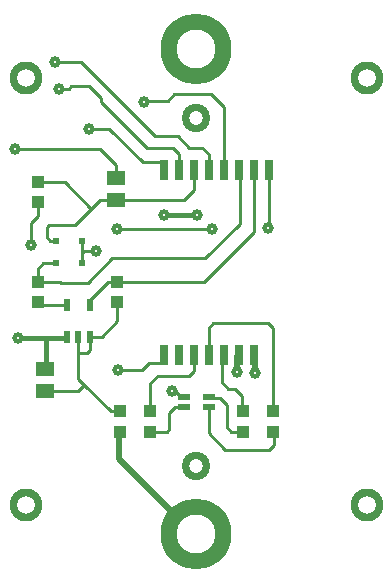
<source format=gbr>
G04 DipTrace 3.2.0.1*
G04 Íèæíèé.gbr*
%MOMM*%
G04 #@! TF.FileFunction,Copper,L2,Bot*
G04 #@! TF.Part,Single*
%ADD31C,0.3*%
%ADD33C,1.5*%
%ADD34C,3.3*%
%ADD35C,1.2*%
G04 #@! TA.AperFunction,Conductor*
%ADD10C,0.25*%
%ADD14C,0.5*%
%ADD16C,0.4*%
%ADD18R,1.5X1.3*%
%ADD20R,0.6X0.6*%
G04 #@! TA.AperFunction,ComponentPad*
%ADD21C,2.8*%
%ADD22C,6.0*%
%ADD23R,1.0X1.1*%
%ADD24R,1.0X0.6*%
%ADD27R,0.6X1.1*%
%ADD28R,0.8X1.7*%
G04 #@! TA.AperFunction,ComponentPad*
%ADD29C,2.4*%
G04 #@! TA.AperFunction,ViaPad*
%ADD30C,1.0*%
%FSLAX35Y35*%
G04*
G71*
G90*
G75*
G01*
G04 Bottom*
%LPD*%
X497407Y-689847D2*
D14*
Y-533100D1*
D10*
X484000D1*
X-276233Y649540D2*
D16*
X1280Y649200D1*
X-1512203Y-392607D2*
X-1273233D1*
X-1105610D1*
D10*
X-1094957Y-381953D1*
X-1273233Y-392607D2*
D16*
Y-647203D1*
D10*
X-1281083Y-655053D1*
X345873Y-683267D2*
D14*
Y-544227D1*
D10*
X357000Y-533100D1*
X-105000Y-890000D2*
X-130003D1*
X-179310Y-840693D1*
X-206500D1*
X-677353Y961613D2*
Y1073227D1*
X-814890Y1210763D1*
X-1534010D1*
X105000Y-890000D2*
Y-899210D1*
X197367D1*
X255877Y-957720D1*
Y-1147320D1*
X293557Y-1185000D1*
X390000D1*
X105000Y-980000D2*
Y-1198627D1*
X245540Y-1339167D1*
X614103D1*
X652527Y-1300743D1*
Y-1187527D1*
X650000Y-1185000D1*
X230000Y-533100D2*
X213167D1*
Y-769023D1*
X270170Y-826027D1*
X322567D1*
X384493Y-887953D1*
Y-1009493D1*
X390000Y-1015000D1*
X103000Y-533100D2*
Y-306540D1*
X142140Y-267400D1*
X607247D1*
X646943Y-307097D1*
Y-1011943D1*
X650000Y-1015000D1*
X-105000Y-980000D2*
X-183297D1*
X-228360Y-1025063D1*
Y-1164130D1*
X-249230Y-1185000D1*
X-390000D1*
Y-1015000D2*
Y-778140D1*
X-324597Y-712737D1*
X-62813D1*
X-24000Y-673923D1*
Y-533100D1*
X0Y-2050000D2*
X-19827D1*
D14*
X-652130Y-1417697D1*
Y-1187130D1*
D10*
X-650000Y-1185000D1*
X-151000Y1026900D2*
Y1161083D1*
X-202260Y1212343D1*
X-417017D1*
X-806047Y1601373D1*
Y1635763D1*
X-906793Y1736510D1*
X-1059937D1*
X-1081193Y1715257D1*
X-1164757D1*
X-278000Y1026900D2*
Y1096327D1*
X-455693D1*
X-736337Y1376970D1*
X-911470D1*
X230000Y1026900D2*
Y1564203D1*
X125147Y1669057D1*
X-190103D1*
X-243117Y1616043D1*
X-442690D1*
Y1605263D1*
X103000Y1026900D2*
Y1162940D1*
X46613Y1219327D1*
X-64053D1*
X-158240Y1313513D1*
X-348660D1*
X-980250Y1945103D1*
X-1199720D1*
X-904957Y-111953D2*
Y-68630D1*
X-751883Y84443D1*
X-673877D1*
X67143D1*
X484000Y501300D1*
Y1026900D1*
X-999957Y-381953D2*
Y-516960D1*
X-929363D1*
X-904957Y-492553D1*
Y-381953D1*
X-802430D1*
X-673877Y-253400D1*
Y-85557D1*
X-1000423Y-516960D2*
Y-738890D1*
X-949413Y-789900D1*
X-724313Y-1015000D1*
X-650000D1*
X-1281083Y-845053D2*
X-1004567D1*
X-949413Y-789900D1*
X-1094957Y-111953D2*
X-1323577D1*
X-1344943Y-90587D1*
Y79413D2*
Y192787D1*
X-1296130Y241600D1*
X-1185363D1*
X-1184903Y241140D1*
X-1344943Y79413D2*
X-1154720D1*
X-1148763Y73457D1*
X-922007D1*
X-713660Y281803D1*
X75777D1*
X368160Y574187D1*
Y1038060D1*
X357000Y1026900D1*
X-964903Y241140D2*
Y328807D1*
Y427307D1*
X-968517Y430920D1*
X-853570Y339783D2*
X-953927D1*
X-964903Y328807D1*
X-278000Y-533100D2*
Y-603847D1*
X-400773D1*
X-462317Y-665390D1*
X-667097D1*
X-1188517Y430920D2*
X-1241093D1*
X-1268063Y457890D1*
Y545240D1*
X-1247243Y566060D1*
X-1026117D1*
X-889027Y703150D1*
X-820563Y771613D1*
X-677353D1*
X-24000Y1026900D2*
Y858863D1*
X-104987Y777877D1*
X-671090D1*
X-677353Y771613D1*
X-1343513Y925657D2*
X-1111533D1*
X-889027Y703150D1*
X-1398027Y394067D2*
Y583107D1*
X-1344283Y636850D1*
Y754887D1*
X-1343513Y755657D1*
X-672423Y527573D2*
X126453D1*
X129913Y531033D1*
X611000Y1026900D2*
Y535773D1*
X609917Y534690D1*
D30*
X497407Y-689847D3*
X-206500Y-840693D3*
X345873Y-683267D3*
X-911470Y1376970D3*
X-1164757Y1715257D3*
X-442690Y1605263D3*
X-1199720Y1945103D3*
X-667097Y-665390D3*
X-853570Y339783D3*
X1280Y649200D3*
X-276233Y649540D3*
X-672423Y527573D3*
X129913Y531033D3*
X609917Y534690D3*
X-1512203Y-392607D3*
X-1534010Y1210763D3*
X-1398027Y394067D3*
D18*
X-1281083Y-845053D3*
Y-655053D3*
X-677353Y771613D3*
Y961613D3*
D20*
X-964903Y241140D3*
X-1184903D3*
X-968517Y430920D3*
X-1188517D3*
D21*
X1440000Y1810000D3*
D22*
X0Y2050000D3*
Y-2050000D3*
D21*
X1440000Y-1810000D3*
X-1440000Y1810000D3*
Y-1810000D3*
D23*
X-650000Y-1185000D3*
Y-1015000D3*
X-1343513Y925657D3*
Y755657D3*
X-390000Y-1015000D3*
Y-1185000D3*
X-673877Y-85557D3*
Y84443D3*
X390000Y-1015000D3*
Y-1185000D3*
X650000Y-1015000D3*
Y-1185000D3*
X-1344943Y79413D3*
Y-90587D3*
D24*
X-105000Y-980000D3*
X105000D3*
X-105000Y-890000D3*
X105000D3*
D27*
X-904957Y-381953D3*
X-999957D3*
X-1094957D3*
Y-111953D3*
X-904957D3*
D28*
X-278000Y1026900D3*
X-151000D3*
X-24000D3*
X103000D3*
X230000D3*
X357000D3*
X484000D3*
X611000D3*
X-278000Y-533100D3*
X-151000D3*
X-24000D3*
X103000D3*
X230000D3*
X357000D3*
X484000D3*
D29*
X0Y-1473000D3*
Y1473000D3*
G04 Bottom Clear*
%LPC*%
D31*
X497407Y-689847D3*
X-206500Y-840693D3*
X345873Y-683267D3*
X-911470Y1376970D3*
X-1164757Y1715257D3*
X-442690Y1605263D3*
X-1199720Y1945103D3*
X-667097Y-665390D3*
X-853570Y339783D3*
X1280Y649200D3*
X-276233Y649540D3*
X-672423Y527573D3*
X129913Y531033D3*
X609917Y534690D3*
X-1512203Y-392607D3*
X-1534010Y1210763D3*
X-1398027Y394067D3*
D33*
X1440000Y1810000D3*
D34*
X0Y2050000D3*
Y-2050000D3*
D33*
X1440000Y-1810000D3*
X-1440000Y1810000D3*
Y-1810000D3*
D35*
X0Y-1473000D3*
Y1473000D3*
M02*

</source>
